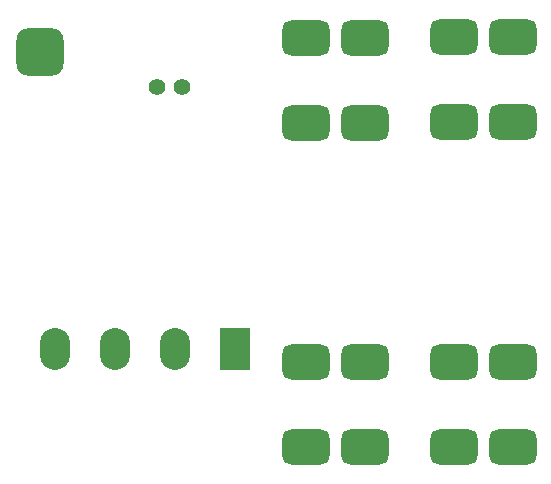
<source format=gbr>
G04 Layer_Color=255*
%FSLAX25Y25*%
%MOIN*%
%TF.FileFunction,Pads,Bot*%
%TF.Part,Single*%
G01*
G75*
%TA.AperFunction,ConnectorPad*%
%ADD28C,0.05512*%
%TA.AperFunction,ConnectorPad*%
G04:AMPARAMS|DCode=29|XSize=157.48mil|YSize=157.48mil|CornerRadius=39.37mil|HoleSize=0mil|Usage=FLASHONLY|Rotation=180.000|XOffset=0mil|YOffset=0mil|HoleType=Round|Shape=RoundedRectangle|*
%AMROUNDEDRECTD29*
21,1,0.15748,0.07874,0,0,180.0*
21,1,0.07874,0.15748,0,0,180.0*
1,1,0.07874,-0.03937,0.03937*
1,1,0.07874,0.03937,0.03937*
1,1,0.07874,0.03937,-0.03937*
1,1,0.07874,-0.03937,-0.03937*
%
%ADD29ROUNDEDRECTD29*%
%TA.AperFunction,ViaPad*%
%ADD30O,0.10000X0.14000*%
%TA.AperFunction,ViaPad*%
%ADD31R,0.10000X0.14000*%
%TA.AperFunction,ViaPad*%
G04:AMPARAMS|DCode=32|XSize=157.48mil|YSize=118.11mil|CornerRadius=29.53mil|HoleSize=0mil|Usage=FLASHONLY|Rotation=0.000|XOffset=0mil|YOffset=0mil|HoleType=Round|Shape=RoundedRectangle|*
%AMROUNDEDRECTD32*
21,1,0.15748,0.05906,0,0,0.0*
21,1,0.09843,0.11811,0,0,0.0*
1,1,0.05906,0.04921,-0.02953*
1,1,0.05906,-0.04921,-0.02953*
1,1,0.05906,-0.04921,0.02953*
1,1,0.05906,0.04921,0.02953*
%
%ADD32ROUNDEDRECTD32*%
D28*
X410000Y336000D02*
D03*
X401500D02*
D03*
D29*
X362500Y347500D02*
D03*
D30*
X367500Y248500D02*
D03*
X387500D02*
D03*
X407500D02*
D03*
D31*
X427500D02*
D03*
D32*
X500658Y244173D02*
D03*
X520342D02*
D03*
Y215827D02*
D03*
X500658D02*
D03*
X451158Y244173D02*
D03*
X470843D02*
D03*
Y215827D02*
D03*
X451158D02*
D03*
Y352173D02*
D03*
X470843D02*
D03*
Y323827D02*
D03*
X451158D02*
D03*
X500658Y352673D02*
D03*
X520342D02*
D03*
Y324327D02*
D03*
X500658D02*
D03*
%TF.MD5,89E05C56C30EF05AD301018929CB6B0C*%
M02*

</source>
